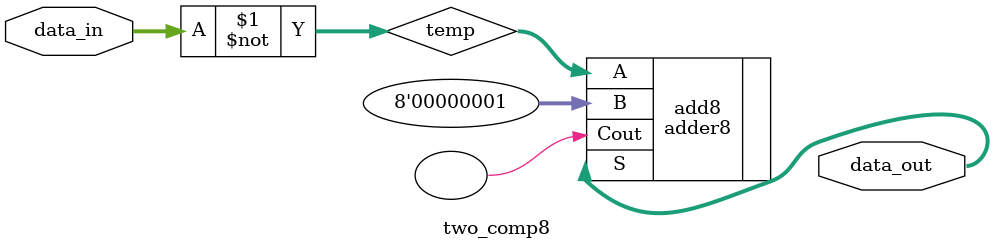
<source format=v>
`timescale 1ns / 1ps

module two_comp25(data_in,data_out);
	input	[24:0]data_in;
	output	[24:0]data_out;

	wire	[24:0]temp;

//Not 
	assign temp = ~data_in;
//add 1
	adder25  add25(.A(temp),.B(25'b1),.S(data_out),.Cout());
endmodule

////////////////////////////////////////////////////////////////////////////////
module two_comp10(data_in,data_out);
	input	[9:0]data_in;
	output	[9:0]data_out;

	wire	[9:0]temp;

//Not 
	assign temp = ~data_in;
//add 1
	adder10  add10(.A(temp),.B(10'b1),.S(data_out),.Cout());
endmodule

///////////////////////////////////////////////////////////////////////////////
/*
module two_comp9(data_in,data_out);
	input	[8:0]data_in;
	output	[8:0]data_out;

	wire	[8:0]temp;

//Not 
	assign temp = ~data_in;
//add 1
	adder9 add9(.A(temp),.B(9'b1),.S(data_out),.Cout());
endmodule
*/
/////////////////////////////////////////////////////////////////////////////////

module two_comp8(data_in,data_out);
	input	[7:0]data_in;
	output	[7:0]data_out;

	wire	[7:0]temp;

//Not 
	assign temp = ~data_in;
//add 1
	adder8 add8(.A(temp),.B(8'b1),.S(data_out),.Cout());
endmodule


</source>
